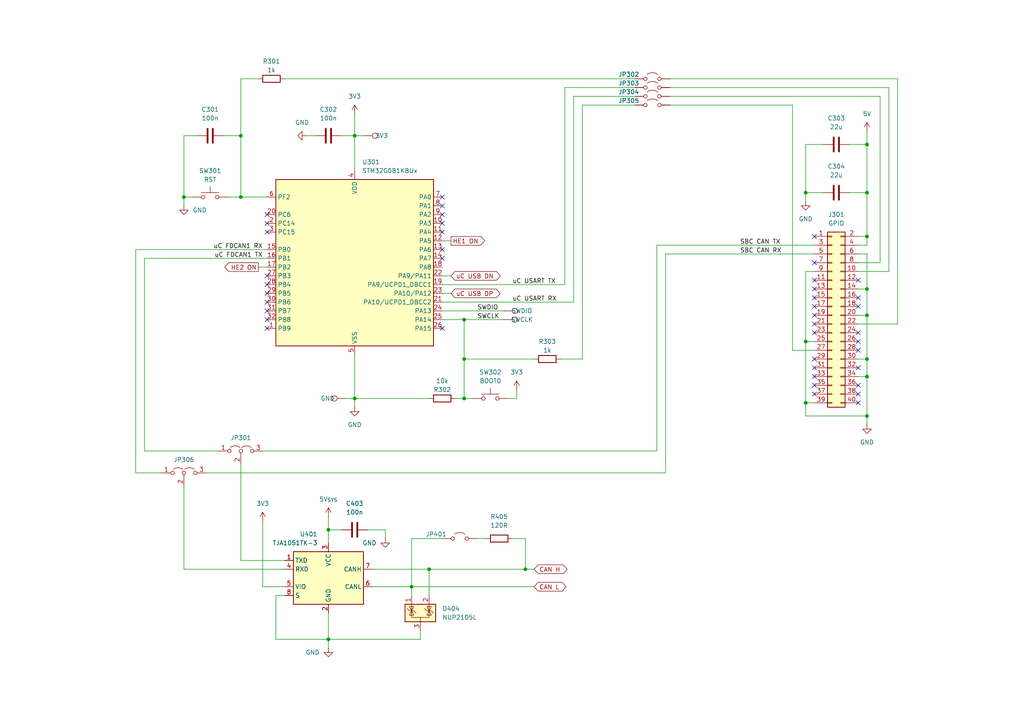
<source format=kicad_sch>
(kicad_sch (version 20250114) (generator "eeschema") (generator_version "9.0")
  (paper "A4")
  (title_block (title "EWS - Power, CANbus and USB HAT for 3D Printers") (date "2025-12-04") (rev "0.1") (company "Eduard Iten"))
  (lib_symbols
    (symbol "Connector_Generic:Conn_02x20_Odd_Even" (pin_names (offset 1.016) (hide yes))
      (property "Reference" "J" (at 1.27 25.4 0))
      (property "Value" "Conn_02x20_Odd_Even" (at 1.27 -27.94 0))
      (symbol "Conn_02x20_Odd_Even_1_1"
        (rectangle (start -1.27 24.13) (end 3.81 -26.67) (stroke (width 0.254)) (fill (type background)))
        (rectangle (start -1.27 22.987) (end 0 22.733) (stroke (width 0.1524)))
        (rectangle (start -1.27 20.447) (end 0 20.193) (stroke (width 0.1524)))
        (rectangle (start -1.27 17.907) (end 0 17.653) (stroke (width 0.1524)))
        (rectangle (start -1.27 15.367) (end 0 15.113) (stroke (width 0.1524)))
        (rectangle (start -1.27 12.827) (end 0 12.573) (stroke (width 0.1524)))
        (rectangle (start -1.27 10.287) (end 0 10.033) (stroke (width 0.1524)))
        (rectangle (start -1.27 7.747) (end 0 7.493) (stroke (width 0.1524)))
        (rectangle (start -1.27 5.207) (end 0 4.953) (stroke (width 0.1524)))
        (rectangle (start -1.27 2.667) (end 0 2.413) (stroke (width 0.1524)))
        (rectangle (start -1.27 0.127) (end 0 -0.127) (stroke (width 0.1524)))
        (rectangle (start -1.27 -2.413) (end 0 -2.667) (stroke (width 0.1524)))
        (rectangle (start -1.27 -4.953) (end 0 -5.207) (stroke (width 0.1524)))
        (rectangle (start -1.27 -7.493) (end 0 -7.747) (stroke (width 0.1524)))
        (rectangle (start -1.27 -10.033) (end 0 -10.287) (stroke (width 0.1524)))
        (rectangle (start -1.27 -12.573) (end 0 -12.827) (stroke (width 0.1524)))
        (rectangle (start -1.27 -15.113) (end 0 -15.367) (stroke (width 0.1524)))
        (rectangle (start -1.27 -17.653) (end 0 -17.907) (stroke (width 0.1524)))
        (rectangle (start -1.27 -20.193) (end 0 -20.447) (stroke (width 0.1524)))
        (rectangle (start -1.27 -22.733) (end 0 -22.987) (stroke (width 0.1524)))
        (rectangle (start -1.27 -25.273) (end 0 -25.527) (stroke (width 0.1524)))
        (rectangle (start 3.81 22.987) (end 2.54 22.733) (stroke (width 0.1524)))
        (rectangle (start 3.81 20.447) (end 2.54 20.193) (stroke (width 0.1524)))
        (rectangle (start 3.81 17.907) (end 2.54 17.653) (stroke (width 0.1524)))
        (rectangle (start 3.81 15.367) (end 2.54 15.113) (stroke (width 0.1524)))
        (rectangle (start 3.81 12.827) (end 2.54 12.573) (stroke (width 0.1524)))
        (rectangle (start 3.81 10.287) (end 2.54 10.033) (stroke (width 0.1524)))
        (rectangle (start 3.81 7.747) (end 2.54 7.493) (stroke (width 0.1524)))
        (rectangle (start 3.81 5.207) (end 2.54 4.953) (stroke (width 0.1524)))
        (rectangle (start 3.81 2.667) (end 2.54 2.413) (stroke (width 0.1524)))
        (rectangle (start 3.81 0.127) (end 2.54 -0.127) (stroke (width 0.1524)))
        (rectangle (start 3.81 -2.413) (end 2.54 -2.667) (stroke (width 0.1524)))
        (rectangle (start 3.81 -4.953) (end 2.54 -5.207) (stroke (width 0.1524)))
        (rectangle (start 3.81 -7.493) (end 2.54 -7.747) (stroke (width 0.1524)))
        (rectangle (start 3.81 -10.033) (end 2.54 -10.287) (stroke (width 0.1524)))
        (rectangle (start 3.81 -12.573) (end 2.54 -12.827) (stroke (width 0.1524)))
        (rectangle (start 3.81 -15.113) (end 2.54 -15.367) (stroke (width 0.1524)))
        (rectangle (start 3.81 -17.653) (end 2.54 -17.907) (stroke (width 0.1524)))
        (rectangle (start 3.81 -20.193) (end 2.54 -20.447) (stroke (width 0.1524)))
        (rectangle (start 3.81 -22.733) (end 2.54 -22.987) (stroke (width 0.1524)))
        (rectangle (start 3.81 -25.273) (end 2.54 -25.527) (stroke (width 0.1524)))
        (pin passive line (at -5.08 22.86 0) (length 3.81) (name "Pin_1") (number "1"))
        (pin passive line (at -5.08 20.32 0) (length 3.81) (name "Pin_3") (number "3"))
        (pin passive line (at -5.08 17.78 0) (length 3.81) (name "Pin_5") (number "5"))
        (pin passive line (at -5.08 15.24 0) (length 3.81) (name "Pin_7") (number "7"))
        (pin passive line (at -5.08 12.7 0) (length 3.81) (name "Pin_9") (number "9"))
        (pin passive line (at -5.08 10.16 0) (length 3.81) (name "Pin_11") (number "11"))
        (pin passive line (at -5.08 7.62 0) (length 3.81) (name "Pin_13") (number "13"))
        (pin passive line (at -5.08 5.08 0) (length 3.81) (name "Pin_15") (number "15"))
        (pin passive line (at -5.08 2.54 0) (length 3.81) (name "Pin_17") (number "17"))
        (pin passive line (at -5.08 0 0) (length 3.81) (name "Pin_19") (number "19"))
        (pin passive line (at -5.08 -2.54 0) (length 3.81) (name "Pin_21") (number "21"))
        (pin passive line (at -5.08 -5.08 0) (length 3.81) (name "Pin_23") (number "23"))
        (pin passive line (at -5.08 -7.62 0) (length 3.81) (name "Pin_25") (number "25"))
        (pin passive line (at -5.08 -10.16 0) (length 3.81) (name "Pin_27") (number "27"))
        (pin passive line (at -5.08 -12.7 0) (length 3.81) (name "Pin_29") (number "29"))
        (pin passive line (at -5.08 -15.24 0) (length 3.81) (name "Pin_31") (number "31"))
        (pin passive line (at -5.08 -17.78 0) (length 3.81) (name "Pin_33") (number "33"))
        (pin passive line (at -5.08 -20.32 0) (length 3.81) (name "Pin_35") (number "35"))
        (pin passive line (at -5.08 -22.86 0) (length 3.81) (name "Pin_37") (number "37"))
        (pin passive line (at -5.08 -25.4 0) (length 3.81) (name "Pin_39") (number "39"))
        (pin passive line (at 7.62 22.86 180) (length 3.81) (name "Pin_2") (number "2"))
        (pin passive line (at 7.62 20.32 180) (length 3.81) (name "Pin_4") (number "4"))
        (pin passive line (at 7.62 17.78 180) (length 3.81) (name "Pin_6") (number "6"))
        (pin passive line (at 7.62 15.24 180) (length 3.81) (name "Pin_8") (number "8"))
        (pin passive line (at 7.62 12.7 180) (length 3.81) (name "Pin_10") (number "10"))
        (pin passive line (at 7.62 10.16 180) (length 3.81) (name "Pin_12") (number "12"))
        (pin passive line (at 7.62 7.62 180) (length 3.81) (name "Pin_14") (number "14"))
        (pin passive line (at 7.62 5.08 180) (length 3.81) (name "Pin_16") (number "16"))
        (pin passive line (at 7.62 2.54 180) (length 3.81) (name "Pin_18") (number "18"))
        (pin passive line (at 7.62 0 180) (length 3.81) (name "Pin_20") (number "20"))
        (pin passive line (at 7.62 -2.54 180) (length 3.81) (name "Pin_22") (number "22"))
        (pin passive line (at 7.62 -5.08 180) (length 3.81) (name "Pin_24") (number "24"))
        (pin passive line (at 7.62 -7.62 180) (length 3.81) (name "Pin_26") (number "26"))
        (pin passive line (at 7.62 -10.16 180) (length 3.81) (name "Pin_28") (number "28"))
        (pin passive line (at 7.62 -12.7 180) (length 3.81) (name "Pin_30") (number "30"))
        (pin passive line (at 7.62 -15.24 180) (length 3.81) (name "Pin_32") (number "32"))
        (pin passive line (at 7.62 -17.78 180) (length 3.81) (name "Pin_34") (number "34"))
        (pin passive line (at 7.62 -20.32 180) (length 3.81) (name "Pin_36") (number "36"))
        (pin passive line (at 7.62 -22.86 180) (length 3.81) (name "Pin_38") (number "38"))
        (pin passive line (at 7.62 -25.4 180) (length 3.81) (name "Pin_40") (number "40"))
      )
    )
    (symbol "Device:C" (pin_numbers (hide yes)) (pin_names (offset 0.254))
      (property "Reference" "C" (at 0.635 2.54 0))
      (property "Value" "C" (at 0.635 -2.54 0))
      (symbol "C_0_1"
        (polyline (pts (xy -2.032 0.762) (xy 2.032 0.762)) (stroke (width 0.508)))
        (polyline (pts (xy -2.032 -0.762) (xy 2.032 -0.762)) (stroke (width 0.508)))
      )
      (symbol "C_1_1"
        (pin passive line (at 0 3.81 270) (length 2.794) (name "~") (number "1"))
        (pin passive line (at 0 -3.81 90) (length 2.794) (name "~") (number "2"))
      )
    )
    (symbol "Device:R" (pin_numbers (hide yes)) (pin_names (offset 0))
      (property "Reference" "R" (at 2.032 0 90))
      (property "Value" "R" (at 0 0 90))
      (symbol "R_0_1"
        (rectangle (start -1.016 -2.54) (end 1.016 2.54) (stroke (width 0.254)))
      )
      (symbol "R_1_1"
        (pin passive line (at 0 3.81 270) (length 1.27) (name "~") (number "1"))
        (pin passive line (at 0 -3.81 90) (length 1.27) (name "~") (number "2"))
      )
    )
    (symbol "Interface_CAN_LIN:TJA1051TK-3"
      (property "Reference" "U" (at -10.16 8.89 0))
      (property "Value" "TJA1051TK-3" (at 1.27 8.89 0))
      (symbol "TJA1051TK-3_0_1"
        (rectangle (start -10.16 7.62) (end 10.16 -7.62) (stroke (width 0.254)) (fill (type background)))
      )
      (symbol "TJA1051TK-3_1_1"
        (pin input line (at -12.7 5.08 0) (length 2.54) (name "TXD") (number "1"))
        (pin output line (at -12.7 2.54 0) (length 2.54) (name "RXD") (number "4"))
        (pin power_in line (at -12.7 -2.54 0) (length 2.54) (name "VIO") (number "5"))
        (pin input line (at -12.7 -5.08 0) (length 2.54) (name "S") (number "8"))
        (pin power_in line (at 0 10.16 270) (length 2.54) (name "VCC") (number "3"))
        (pin power_in line (at 0 -10.16 90) (length 2.54) (name "GND") (number "2"))
        (pin passive line (at 0 -10.16 90) (length 2.54) (hide yes) (name "GND") (number "9"))
        (pin bidirectional line (at 12.7 2.54 180) (length 2.54) (name "CANH") (number "7"))
        (pin bidirectional line (at 12.7 -2.54 180) (length 2.54) (name "CANL") (number "6"))
      )
    )
    (symbol "Jumper:Jumper_2_Open" (pin_numbers (hide yes)) (pin_names (offset 0) (hide yes))
      (property "Reference" "JP" (at 0 2.794 0))
      (property "Value" "Jumper_2_Open" (at 0 -2.286 0))
      (symbol "Jumper_2_Open_0_0"
        (circle (center -2.032 0) (radius 0.508))
        (circle (center 2.032 0) (radius 0.508))
      )
      (symbol "Jumper_2_Open_0_1"
        (arc (start -1.524 1.27) (mid 0 1.778) (end 1.524 1.27))
      )
      (symbol "Jumper_2_Open_1_1"
        (pin passive line (at -5.08 0 0) (length 2.54) (name "A") (number "1"))
        (pin passive line (at 5.08 0 180) (length 2.54) (name "B") (number "2"))
      )
    )
    (symbol "Jumper:Jumper_3_Open" (pin_names (offset 0) (hide yes)) (in_bom no)
      (property "Reference" "JP" (at -2.54 -2.54 0))
      (property "Value" "Jumper_3_Open" (at 0 2.794 0))
      (symbol "Jumper_3_Open_0_0"
        (circle (center -3.302 0) (radius 0.508))
        (circle (center 0 0) (radius 0.508))
        (circle (center 3.302 0) (radius 0.508))
      )
      (symbol "Jumper_3_Open_0_1"
        (arc (start -3.048 1.016) (mid -1.651 1.4992) (end -0.254 1.016))
        (polyline (pts (xy 0 -0.508) (xy 0 -1.27)))
        (arc (start 0.254 1.016) (mid 1.651 1.4992) (end 3.048 1.016))
      )
      (symbol "Jumper_3_Open_1_1"
        (pin passive line (at -6.35 0 0) (length 2.54) (name "A") (number "1"))
        (pin passive line (at 0 -3.81 90) (length 2.54) (name "C") (number "2"))
        (pin passive line (at 6.35 0 180) (length 2.54) (name "B") (number "3"))
      )
    )
    (symbol "MCU_ST_STM32G0:STM32G0B1KBUx"
      (property "Reference" "U" (at -22.86 26.67 0))
      (property "Value" "STM32G0B1KBUx" (at 2.54 26.67 0))
      (symbol "STM32G0B1KBUx_0_1"
        (rectangle (start -22.86 -22.86) (end 22.86 25.4) (stroke (width 0.254)) (fill (type background)))
      )
      (symbol "STM32G0B1KBUx_1_1"
        (pin bidirectional line (at -25.4 20.32 0) (length 2.54) (name "PF2") (number "6"))
        (pin bidirectional line (at -25.4 15.24 0) (length 2.54) (name "PC6") (number "20"))
        (pin bidirectional line (at -25.4 12.7 0) (length 2.54) (name "PC14") (number "2"))
        (pin bidirectional line (at -25.4 10.16 0) (length 2.54) (name "PC15") (number "3"))
        (pin bidirectional line (at -25.4 5.08 0) (length 2.54) (name "PB0") (number "15"))
        (pin bidirectional line (at -25.4 2.54 0) (length 2.54) (name "PB1") (number "16"))
        (pin bidirectional line (at -25.4 0 0) (length 2.54) (name "PB2") (number "17"))
        (pin bidirectional line (at -25.4 -2.54 0) (length 2.54) (name "PB3") (number "27"))
        (pin bidirectional line (at -25.4 -5.08 0) (length 2.54) (name "PB4") (number "28"))
        (pin bidirectional line (at -25.4 -7.62 0) (length 2.54) (name "PB5") (number "29"))
        (pin bidirectional line (at -25.4 -10.16 0) (length 2.54) (name "PB6") (number "30"))
        (pin bidirectional line (at -25.4 -12.7 0) (length 2.54) (name "PB7") (number "31"))
        (pin bidirectional line (at -25.4 -15.24 0) (length 2.54) (name "PB8") (number "32"))
        (pin bidirectional line (at -25.4 -17.78 0) (length 2.54) (name "PB9") (number "1"))
        (pin power_in line (at 0 27.94 270) (length 2.54) (name "VDD") (number "4"))
        (pin passive line (at 0 -25.4 90) (length 2.54) (hide yes) (name "VSS") (number "33"))
        (pin power_in line (at 0 -25.4 90) (length 2.54) (name "VSS") (number "5"))
        (pin bidirectional line (at 25.4 20.32 180) (length 2.54) (name "PA0") (number "7"))
        (pin bidirectional line (at 25.4 17.78 180) (length 2.54) (name "PA1") (number "8"))
        (pin bidirectional line (at 25.4 15.24 180) (length 2.54) (name "PA2") (number "9"))
        (pin bidirectional line (at 25.4 12.7 180) (length 2.54) (name "PA3") (number "10"))
        (pin bidirectional line (at 25.4 10.16 180) (length 2.54) (name "PA4") (number "11"))
        (pin bidirectional line (at 25.4 7.62 180) (length 2.54) (name "PA5") (number "12"))
        (pin bidirectional line (at 25.4 5.08 180) (length 2.54) (name "PA6") (number "13"))
        (pin bidirectional line (at 25.4 2.54 180) (length 2.54) (name "PA7") (number "14"))
        (pin bidirectional line (at 25.4 0 180) (length 2.54) (name "PA8") (number "18"))
        (pin bidirectional line (at 25.4 -2.54 180) (length 2.54) (name "PA9/PA11") (number "22"))
        (pin bidirectional line (at 25.4 -5.08 180) (length 2.54) (name "PA9/UCPD1_DBCC1") (number "19"))
        (pin bidirectional line (at 25.4 -7.62 180) (length 2.54) (name "PA10/PA12") (number "23"))
        (pin bidirectional line (at 25.4 -10.16 180) (length 2.54) (name "PA10/UCPD1_DBCC2") (number "21"))
        (pin bidirectional line (at 25.4 -12.7 180) (length 2.54) (name "PA13") (number "24"))
        (pin bidirectional line (at 25.4 -15.24 180) (length 2.54) (name "PA14") (number "25"))
        (pin bidirectional line (at 25.4 -17.78 180) (length 2.54) (name "PA15") (number "26"))
      )
    )
    (symbol "NamedTestPoint_1" (pin_numbers (hide yes)) (pin_names (offset 0.762) (hide yes))
      (property "Value" "${SHORT_NET_NAME(1)}" (at 0 6.35 0))
      (symbol "NamedTestPoint_1_0_1"
        (circle (center 0 3.302) (radius 0.762))
      )
      (symbol "NamedTestPoint_1_1_1"
        (pin passive line (at 0 0 90) (length 2.54) (name "1") (number "1"))
      )
    )
    (symbol "Power_Protection:NUP2105L" (pin_names (hide yes))
      (property "Reference" "D" (at 5.715 2.54 0))
      (property "Value" "NUP2105L" (at 5.715 0.635 0))
      (symbol "NUP2105L_0_0"
        (pin passive line (at 0 -5.08 90) (length 2.54) (name "A") (number "3"))
      )
      (symbol "NUP2105L_0_1"
        (rectangle (start -4.445 2.54) (end 4.445 -2.54) (stroke (width 0.254)) (fill (type background)))
        (polyline (pts (xy -3.81 1.27) (xy -3.175 0.635) (xy -1.905 0.635) (xy -1.27 0)))
        (polyline (pts (xy -2.54 2.54) (xy -2.54 0.635)))
        (polyline (pts (xy -2.54 0.635) (xy -2.54 -1.27) (xy 2.54 -1.27) (xy 2.54 0.635)))
        (polyline (pts (xy -2.54 0.635) (xy -1.905 -0.635) (xy -3.175 -0.635) (xy -2.54 0.635)))
        (polyline (pts (xy -2.54 0.635) (xy -3.175 1.905) (xy -1.905 1.905) (xy -2.54 0.635) (xy -2.54 1.27)))
        (polyline (pts (xy 0 -1.27) (xy 0 -2.54)))
        (polyline (pts (xy 1.27 1.27) (xy 1.905 0.635) (xy 2.54 0.635) (xy 3.175 0.635) (xy 3.81 0)))
        (polyline (pts (xy 2.54 2.54) (xy 2.54 0.635)))
        (polyline (pts (xy 2.54 0.635) (xy 1.905 -0.635) (xy 3.175 -0.635) (xy 2.54 0.635)))
        (polyline (pts (xy 2.54 0.635) (xy 3.175 1.905) (xy 1.905 1.905) (xy 2.54 0.635)))
      )
      (symbol "NUP2105L_1_1"
        (pin passive line (at -2.54 5.08 270) (length 2.54) (name "K") (number "1"))
        (pin passive line (at 2.54 5.08 270) (length 2.54) (name "K") (number "2"))
      )
    )
    (symbol "Switch:SW_Push" (pin_numbers (hide yes)) (pin_names (offset 1.016) (hide yes))
      (property "Reference" "SW" (at 1.27 2.54 0))
      (property "Value" "SW_Push" (at 0 -1.524 0))
      (symbol "SW_Push_0_1"
        (circle (center -2.032 0) (radius 0.508))
        (polyline (pts (xy 0 1.27) (xy 0 3.048)))
        (circle (center 2.032 0) (radius 0.508))
        (polyline (pts (xy 2.54 1.27) (xy -2.54 1.27)))
        (pin passive line (at -5.08 0 0) (length 2.54) (name "1") (number "1"))
        (pin passive line (at 5.08 0 180) (length 2.54) (name "2") (number "2"))
      )
    )
    (symbol "power:+3.3V" (power) (pin_numbers (hide yes)) (pin_names (offset 0) (hide yes))
      (property "Value" "+3.3V" (at 0 3.556 0))
      (symbol "+3.3V_0_1"
        (polyline (pts (xy -0.762 1.27) (xy 0 2.54)))
        (polyline (pts (xy 0 2.54) (xy 0.762 1.27)))
        (polyline (pts (xy 0 0) (xy 0 2.54)))
      )
      (symbol "+3.3V_1_1"
        (pin power_in line (at 0 0 90) (length 0) (name "~") (number "1"))
      )
    )
    (symbol "power:+5V" (power) (pin_numbers (hide yes)) (pin_names (offset 0) (hide yes))
      (property "Value" "+5V" (at 0 3.556 0))
      (symbol "+5V_0_1"
        (polyline (pts (xy -0.762 1.27) (xy 0 2.54)))
        (polyline (pts (xy 0 2.54) (xy 0.762 1.27)))
        (polyline (pts (xy 0 0) (xy 0 2.54)))
      )
      (symbol "+5V_1_1"
        (pin power_in line (at 0 0 90) (length 0) (name "~") (number "1"))
      )
    )
    (symbol "power:GND" (power) (pin_numbers (hide yes)) (pin_names (offset 0) (hide yes))
      (property "Value" "GND" (at 0 -3.81 0))
      (symbol "GND_0_1"
        (polyline (pts (xy 0 0) (xy 0 -1.27) (xy 1.27 -1.27) (xy 0 -2.54) (xy -1.27 -1.27) (xy 0 -1.27)))
      )
      (symbol "GND_1_1"
        (pin power_in line (at 0 0 270) (length 0) (name "~") (number "1"))
      )
    )
  )
  (junction (at 69.85 57.15))
  (junction (at 95.25 153.67))
  (junction (at 251.46 68.58))
  (junction (at 233.68 116.84))
  (junction (at 134.62 92.71))
  (junction (at 233.68 55.88))
  (junction (at 102.87 39.37))
  (junction (at 69.85 39.37))
  (junction (at 251.46 91.44))
  (junction (at 251.46 83.82))
  (junction (at 152.4 165.1))
  (junction (at 233.68 99.06))
  (junction (at 95.25 185.42))
  (junction (at 124.46 165.1))
  (junction (at 251.46 41.91))
  (junction (at 134.62 104.14))
  (junction (at 251.46 120.65))
  (junction (at 134.62 115.57))
  (junction (at 251.46 55.88))
  (junction (at 53.34 57.15))
  (junction (at 251.46 104.14))
  (junction (at 102.87 115.57))
  (junction (at 119.38 170.18))
  (junction (at 251.46 109.22))
  (no_connect (at 248.92 99.06))
  (no_connect (at 236.22 109.22))
  (no_connect (at 248.92 81.28))
  (no_connect (at 248.92 86.36))
  (no_connect (at 236.22 88.9))
  (no_connect (at 236.22 96.52))
  (no_connect (at 236.22 111.76))
  (no_connect (at 236.22 106.68))
  (no_connect (at 128.27 64.77))
  (no_connect (at 248.92 96.52))
  (no_connect (at 248.92 116.84))
  (no_connect (at 128.27 59.69))
  (no_connect (at 77.47 95.25))
  (no_connect (at 128.27 62.23))
  (no_connect (at 77.47 80.01))
  (no_connect (at 77.47 85.09))
  (no_connect (at 236.22 104.14))
  (no_connect (at 77.47 87.63))
  (no_connect (at 248.92 114.3))
  (no_connect (at 128.27 72.39))
  (no_connect (at 128.27 67.31))
  (no_connect (at 236.22 86.36))
  (no_connect (at 248.92 101.6))
  (no_connect (at 77.47 82.55))
  (no_connect (at 77.47 62.23))
  (no_connect (at 236.22 81.28))
  (no_connect (at 128.27 74.93))
  (no_connect (at 236.22 83.82))
  (no_connect (at 77.47 92.71))
  (no_connect (at 248.92 111.76))
  (no_connect (at 128.27 95.25))
  (no_connect (at 236.22 91.44))
  (no_connect (at 236.22 76.2))
  (no_connect (at 77.47 67.31))
  (no_connect (at 236.22 93.98))
  (no_connect (at 248.92 106.68))
  (no_connect (at 248.92 88.9))
  (no_connect (at 236.22 114.3))
  (no_connect (at 128.27 57.15))
  (no_connect (at 236.22 68.58))
  (no_connect (at 77.47 64.77))
  (no_connect (at 77.47 90.17))
  (wire (pts (xy 53.34 165.1) (xy 53.34 140.97)))
  (wire (pts (xy 119.38 170.18) (xy 107.95 170.18)))
  (wire (pts (xy 152.4 165.1) (xy 152.4 156.21)))
  (wire (pts (xy 39.37 72.39) (xy 77.47 72.39)))
  (wire (pts (xy 82.55 22.86) (xy 184.15 22.86)))
  (wire (pts (xy 251.46 123.19) (xy 251.46 120.65)))
  (wire (pts (xy 248.92 68.58) (xy 251.46 68.58)))
  (wire (pts (xy 80.01 172.72) (xy 80.01 185.42)))
  (wire (pts (xy 128.27 92.71) (xy 134.62 92.71)))
  (wire (pts (xy 128.27 85.09) (xy 130.81 85.09)))
  (wire (pts (xy 233.68 78.74) (xy 233.68 99.06)))
  (wire (pts (xy 80.01 185.42) (xy 95.25 185.42)))
  (wire (pts (xy 128.27 82.55) (xy 163.83 82.55)))
  (wire (pts (xy 257.81 25.4) (xy 257.81 78.74)))
  (wire (pts (xy 233.68 55.88) (xy 233.68 58.42)))
  (wire (pts (xy 229.87 101.6) (xy 236.22 101.6)))
  (wire (pts (xy 95.25 149.86) (xy 95.25 153.67)))
  (wire (pts (xy 111.76 156.21) (xy 111.76 153.67)))
  (wire (pts (xy 74.93 77.47) (xy 77.47 77.47)))
  (wire (pts (xy 134.62 104.14) (xy 134.62 115.57)))
  (wire (pts (xy 233.68 116.84) (xy 233.68 120.65)))
  (wire (pts (xy 69.85 22.86) (xy 69.85 39.37)))
  (wire (pts (xy 233.68 99.06) (xy 236.22 99.06)))
  (wire (pts (xy 69.85 162.56) (xy 69.85 134.62)))
  (wire (pts (xy 119.38 170.18) (xy 119.38 172.72)))
  (wire (pts (xy 134.62 104.14) (xy 154.94 104.14)))
  (wire (pts (xy 248.92 83.82) (xy 251.46 83.82)))
  (wire (pts (xy 39.37 137.16) (xy 46.99 137.16)))
  (wire (pts (xy 248.92 109.22) (xy 251.46 109.22)))
  (wire (pts (xy 251.46 83.82) (xy 251.46 91.44)))
  (wire (pts (xy 134.62 92.71) (xy 134.62 104.14)))
  (wire (pts (xy 124.46 165.1) (xy 124.46 172.72)))
  (wire (pts (xy 251.46 109.22) (xy 251.46 120.65)))
  (wire (pts (xy 162.56 104.14) (xy 168.91 104.14)))
  (wire (pts (xy 132.08 115.57) (xy 134.62 115.57)))
  (wire (pts (xy 76.2 170.18) (xy 82.55 170.18)))
  (wire (pts (xy 88.9 39.37) (xy 91.44 39.37)))
  (wire (pts (xy 124.46 165.1) (xy 107.95 165.1)))
  (wire (pts (xy 95.25 185.42) (xy 121.92 185.42)))
  (wire (pts (xy 193.04 73.66) (xy 193.04 137.16)))
  (wire (pts (xy 251.46 41.91) (xy 251.46 38.1)))
  (wire (pts (xy 194.31 22.86) (xy 260.35 22.86)))
  (wire (pts (xy 194.31 27.94) (xy 255.27 27.94)))
  (wire (pts (xy 59.69 137.16) (xy 193.04 137.16)))
  (wire (pts (xy 251.46 104.14) (xy 251.46 109.22)))
  (wire (pts (xy 190.5 71.12) (xy 190.5 130.81)))
  (wire (pts (xy 236.22 78.74) (xy 233.68 78.74)))
  (wire (pts (xy 41.91 130.81) (xy 63.5 130.81)))
  (wire (pts (xy 251.46 68.58) (xy 251.46 55.88)))
  (wire (pts (xy 95.25 177.8) (xy 95.25 185.42)))
  (wire (pts (xy 251.46 73.66) (xy 251.46 83.82)))
  (wire (pts (xy 76.2 130.81) (xy 190.5 130.81)))
  (wire (pts (xy 166.37 87.63) (xy 166.37 27.94)))
  (wire (pts (xy 166.37 27.94) (xy 184.15 27.94)))
  (wire (pts (xy 233.68 99.06) (xy 233.68 116.84)))
  (wire (pts (xy 138.43 156.21) (xy 140.97 156.21)))
  (wire (pts (xy 260.35 93.98) (xy 248.92 93.98)))
  (wire (pts (xy 194.31 30.48) (xy 229.87 30.48)))
  (wire (pts (xy 95.25 153.67) (xy 95.25 157.48)))
  (wire (pts (xy 128.27 90.17) (xy 146.05 90.17)))
  (wire (pts (xy 99.06 153.67) (xy 95.25 153.67)))
  (wire (pts (xy 255.27 27.94) (xy 255.27 76.2)))
  (wire (pts (xy 152.4 165.1) (xy 154.94 165.1)))
  (wire (pts (xy 251.46 71.12) (xy 251.46 68.58)))
  (wire (pts (xy 248.92 73.66) (xy 251.46 73.66)))
  (wire (pts (xy 163.83 82.55) (xy 163.83 25.4)))
  (wire (pts (xy 229.87 30.48) (xy 229.87 101.6)))
  (wire (pts (xy 102.87 33.02) (xy 102.87 39.37)))
  (wire (pts (xy 128.27 80.01) (xy 130.81 80.01)))
  (wire (pts (xy 41.91 74.93) (xy 41.91 130.81)))
  (wire (pts (xy 82.55 172.72) (xy 80.01 172.72)))
  (wire (pts (xy 39.37 72.39) (xy 39.37 137.16)))
  (wire (pts (xy 124.46 115.57) (xy 102.87 115.57)))
  (wire (pts (xy 102.87 39.37) (xy 102.87 49.53)))
  (wire (pts (xy 194.31 25.4) (xy 257.81 25.4)))
  (wire (pts (xy 41.91 74.93) (xy 77.47 74.93)))
  (wire (pts (xy 251.46 55.88) (xy 251.46 41.91)))
  (wire (pts (xy 238.76 41.91) (xy 233.68 41.91)))
  (wire (pts (xy 233.68 41.91) (xy 233.68 55.88)))
  (wire (pts (xy 130.81 69.85) (xy 128.27 69.85)))
  (wire (pts (xy 238.76 55.88) (xy 233.68 55.88)))
  (wire (pts (xy 257.81 78.74) (xy 248.92 78.74)))
  (wire (pts (xy 251.46 91.44) (xy 251.46 104.14)))
  (wire (pts (xy 121.92 182.88) (xy 121.92 185.42)))
  (wire (pts (xy 111.76 153.67) (xy 106.68 153.67)))
  (wire (pts (xy 246.38 41.91) (xy 251.46 41.91)))
  (wire (pts (xy 248.92 104.14) (xy 251.46 104.14)))
  (wire (pts (xy 163.83 25.4) (xy 184.15 25.4)))
  (wire (pts (xy 246.38 55.88) (xy 251.46 55.88)))
  (wire (pts (xy 102.87 115.57) (xy 102.87 118.11)))
  (wire (pts (xy 102.87 39.37) (xy 105.41 39.37)))
  (wire (pts (xy 248.92 71.12) (xy 251.46 71.12)))
  (wire (pts (xy 168.91 30.48) (xy 168.91 104.14)))
  (wire (pts (xy 64.77 39.37) (xy 69.85 39.37)))
  (wire (pts (xy 128.27 87.63) (xy 166.37 87.63)))
  (wire (pts (xy 233.68 116.84) (xy 236.22 116.84)))
  (wire (pts (xy 134.62 115.57) (xy 137.16 115.57)))
  (wire (pts (xy 102.87 102.87) (xy 102.87 115.57)))
  (wire (pts (xy 134.62 92.71) (xy 146.05 92.71)))
  (wire (pts (xy 248.92 91.44) (xy 251.46 91.44)))
  (wire (pts (xy 76.2 151.13) (xy 76.2 170.18)))
  (wire (pts (xy 55.88 57.15) (xy 53.34 57.15)))
  (wire (pts (xy 66.04 57.15) (xy 69.85 57.15)))
  (wire (pts (xy 82.55 165.1) (xy 53.34 165.1)))
  (wire (pts (xy 236.22 71.12) (xy 190.5 71.12)))
  (wire (pts (xy 53.34 57.15) (xy 53.34 59.69)))
  (wire (pts (xy 102.87 115.57) (xy 100.33 115.57)))
  (wire (pts (xy 53.34 39.37) (xy 53.34 57.15)))
  (wire (pts (xy 152.4 156.21) (xy 148.59 156.21)))
  (wire (pts (xy 248.92 76.2) (xy 255.27 76.2)))
  (wire (pts (xy 119.38 170.18) (xy 154.94 170.18)))
  (wire (pts (xy 95.25 185.42) (xy 95.25 187.96)))
  (wire (pts (xy 233.68 120.65) (xy 251.46 120.65)))
  (wire (pts (xy 82.55 162.56) (xy 69.85 162.56)))
  (wire (pts (xy 193.04 73.66) (xy 236.22 73.66)))
  (wire (pts (xy 77.47 57.15) (xy 69.85 57.15)))
  (wire (pts (xy 149.86 113.03) (xy 149.86 115.57)))
  (wire (pts (xy 99.06 39.37) (xy 102.87 39.37)))
  (wire (pts (xy 119.38 156.21) (xy 119.38 170.18)))
  (wire (pts (xy 149.86 115.57) (xy 147.32 115.57)))
  (wire (pts (xy 69.85 22.86) (xy 74.93 22.86)))
  (wire (pts (xy 69.85 39.37) (xy 69.85 57.15)))
  (wire (pts (xy 168.91 30.48) (xy 184.15 30.48)))
  (wire (pts (xy 152.4 165.1) (xy 124.46 165.1)))
  (wire (pts (xy 57.15 39.37) (xy 53.34 39.37)))
  (wire (pts (xy 260.35 22.86) (xy 260.35 93.98)))
  (wire (pts (xy 119.38 156.21) (xy 128.27 156.21)))
  (label "SBC CAN TX" (at 214.63 71.12 0))
  (label "uC USART TX" (at 148.59 82.55 0))
  (label "uC USART RX" (at 148.59 87.63 0))
  (label "SWDIO" (at 138.43 90.17 0))
  (label "SWCLK" (at 138.43 92.71 0))
  (label "uC FDCAN1 TX" (at 76.2 74.93 180))
  (label "uC FDCAN1 RX" (at 76.2 72.39 180))
  (label "SBC CAN RX" (at 214.63 73.66 0))
  (global_label "uC USB DN" (shape bidirectional) (at 130.81 80.01 0) (property "Intersheetrefs" "${INTERSHEET_REFS}" (effects (hide yes))))
  (global_label "uC USB DP" (shape bidirectional) (at 130.81 85.09 0) (property "Intersheetrefs" "${INTERSHEET_REFS}" (effects (hide yes))))
  (global_label "HE1 ON" (shape output) (at 130.81 69.85 0) (property "Intersheetrefs" "${INTERSHEET_REFS}" (effects (hide yes))))
  (global_label "HE2 ON" (shape output) (at 74.93 77.47 180) (property "Intersheetrefs" "${INTERSHEET_REFS}" (effects (hide yes))))
  (global_label "CAN H" (shape bidirectional) (at 154.94 165.1 0) (property "Intersheetrefs" "${INTERSHEET_REFS}" (effects (hide yes))))
  (global_label "CAN L" (shape bidirectional) (at 154.94 170.18 0) (property "Intersheetrefs" "${INTERSHEET_REFS}" (effects (hide yes))))
  (symbol (lib_id "Device:C") (at 102.87 153.67 270) (mirror x) (unit 1)
    (property "Reference" "C403" (at 102.87 146.05 90))
    (property "Value" "100n" (at 102.87 148.59 90))
    (property "Footprint" "Capacitor_SMD:C_0402_1005Metric" (effects (hide yes)))
    (property "Description" "Unpolarized capacitor" (effects (hide yes)))
  )
  (symbol (lib_id "Jumper:Jumper_3_Open") (at 53.34 137.16 0) (unit 1) (in_bom no)
    (property "Reference" "JP306" (at 53.34 133.35 0))
    (property "Value" "Jumper_3_Open" (effects (hide yes)))
    (property "Footprint" "Connector_PinHeader_2.54mm:PinHeader_1x03_P2.54mm_Vertical" (effects (hide yes)))
    (property "Description" "Jumper, 3-pole, both open" (effects (hide yes)))
  )
  (symbol (lib_id "Jumper:Jumper_2_Open") (at 189.23 22.86 0) (unit 1)
    (property "Reference" "JP302" (at 185.42 21.59 0) (effects (justify right)))
    (property "Footprint" "Connector_PinHeader_2.54mm:PinHeader_1x02_P2.54mm_Vertical" (effects (hide yes)))
    (property "Description" "Jumper, 2-pole, open" (effects (hide yes)))
  )
  (symbol (lib_id "power:+3.3V") (at 251.46 38.1 0) (unit 1)
    (property "Reference" "#PWR0307" (effects (hide yes)))
    (property "Value" "5V" (at 251.46 33.02 0))
    (property "Description" "Power symbol creates a global label with name \"+3.3V\"" (effects (hide yes)))
  )
  (symbol (lib_id "power:GND") (at 88.9 39.37 270) (unit 1)
    (property "Reference" "#PWR0302" (effects (hide yes)))
    (property "Value" "GND" (at 87.63 35.56 90))
    (property "Description" "Power symbol creates a global label with name \"GND\" , ground" (effects (hide yes)))
  )
  (symbol (lib_id "MCU_ST_STM32G0:STM32G0B1KBUx") (at 102.87 77.47 0) (unit 1)
    (property "Reference" "U301" (at 105.0133 46.99 0) (effects (justify left)))
    (property "Value" "STM32G0B1KBUx" (at 105.0133 49.53 0) (effects (justify left)))
    (property "Footprint" "Package_DFN_QFN:QFN-32-1EP_5x5mm_P0.5mm_EP3.45x3.45mm" (effects (hide yes)))
    (property "Datasheet" "https://www.st.com/resource/en/datasheet/stm32g0b1kb.pdf" (effects (hide yes)))
    (property "Description" "STMicroelectronics Arm Cortex-M0+ MCU, 128KB flash, 144KB RAM, 64 MHz, 1.7-3.6V, 30 GPIO, UFQFPN32" (effects (hide yes)))
  )
  (symbol (lib_id "Switch:SW_Push") (at 142.24 115.57 0) (mirror y) (unit 1)
    (property "Reference" "SW302" (at 142.24 107.95 0))
    (property "Value" "BOOT0" (at 142.24 110.49 0))
    (property "Footprint" "Button_Switch_SMD:SW_SPST_TS-1088-xR020" (effects (hide yes)))
    (property "Description" "Push button switch, generic, two pins" (effects (hide yes)))
  )
  (symbol (lib_id "Device:R") (at 144.78 156.21 90) (unit 1)
    (property "Reference" "R405" (at 144.78 149.86 90))
    (property "Value" "120R" (at 144.78 152.4 90))
    (property "Footprint" "Resistor_SMD:R_0402_1005Metric_Pad0.72x0.64mm_HandSolder" (effects (hide yes)))
    (property "Description" "Resistor" (effects (hide yes)))
  )
  (symbol (lib_id "Jumper:Jumper_2_Open") (at 189.23 25.4 0) (unit 1)
    (property "Reference" "JP303" (at 185.42 24.13 0) (effects (justify right)))
    (property "Footprint" "Connector_PinHeader_2.54mm:PinHeader_1x02_P2.54mm_Vertical" (effects (hide yes)))
    (property "Description" "Jumper, 2-pole, open" (effects (hide yes)))
  )
  (symbol (lib_id "Device:C") (at 95.25 39.37 90) (unit 1)
    (property "Reference" "C302" (at 95.25 31.75 90))
    (property "Value" "100n" (at 95.25 34.29 90))
    (property "Footprint" "Capacitor_SMD:C_0402_1005Metric" (effects (hide yes)))
    (property "Description" "Unpolarized capacitor" (effects (hide yes)))
  )
  (symbol (lib_id "power:+3.3V") (at 149.86 113.03 0) (mirror y) (unit 1)
    (property "Reference" "#PWR0305" (effects (hide yes)))
    (property "Value" "3V3" (at 149.86 107.95 0))
    (property "Description" "Power symbol creates a global label with name \"+3.3V\"" (effects (hide yes)))
  )
  (symbol (lib_id "power:+3.3V") (at 102.87 33.02 0) (unit 1)
    (property "Reference" "#PWR0303" (effects (hide yes)))
    (property "Value" "3V3" (at 102.87 27.94 0))
    (property "Description" "Power symbol creates a global label with name \"+3.3V\"" (effects (hide yes)))
  )
  (symbol (lib_id "Jumper:Jumper_3_Open") (at 69.85 130.81 0) (unit 1) (in_bom no)
    (property "Reference" "JP301" (at 69.85 127 0))
    (property "Value" "Jumper_3_Open" (effects (hide yes)))
    (property "Footprint" "Connector_PinHeader_2.54mm:PinHeader_1x03_P2.54mm_Vertical" (effects (hide yes)))
    (property "Description" "Jumper, 3-pole, both open" (effects (hide yes)))
  )
  (symbol (lib_id "Switch:SW_Push") (at 60.96 57.15 0) (unit 1)
    (property "Reference" "SW301" (at 60.96 49.53 0))
    (property "Value" "RST" (at 60.96 52.07 0))
    (property "Footprint" "Button_Switch_SMD:SW_SPST_TS-1088-xR020" (effects (hide yes)))
    (property "Description" "Push button switch, generic, two pins" (effects (hide yes)))
  )
  (symbol (lib_id "Device:R") (at 158.75 104.14 270) (mirror x) (unit 1)
    (property "Reference" "R303" (at 158.75 99.06 90))
    (property "Value" "1k" (at 158.75 101.6 90))
    (property "Footprint" "Resistor_SMD:R_0402_1005Metric" (effects (hide yes)))
    (property "Description" "Resistor" (effects (hide yes)))
  )
  (symbol (lib_name "NamedTestPoint_1") (lib_id "project:NamedTestPoint") (at 105.41 39.37 270) (unit 1)
    (property "Reference" "TP302" (effects (hide yes)))
    (property "Value" "${SHORT_NET_NAME(1)}" (at 110.49 39.37 90) (effects (justify left)))
    (property "Footprint" "project:NAMED_TEST_POINT" (effects (hide yes)))
    (property "Description" "test point" (effects (hide yes)))
  )
  (symbol (lib_id "power:GND") (at 102.87 118.11 0) (unit 1)
    (property "Reference" "#PWR0304" (effects (hide yes)))
    (property "Value" "GND" (at 102.87 123.19 0))
    (property "Description" "Power symbol creates a global label with name \"GND\" , ground" (effects (hide yes)))
  )
  (symbol (lib_id "power:GND") (at 233.68 58.42 0) (unit 1)
    (property "Reference" "#PWR0306" (effects (hide yes)))
    (property "Value" "GND" (at 233.68 63.5 0))
    (property "Description" "Power symbol creates a global label with name \"GND\" , ground" (effects (hide yes)))
  )
  (symbol (lib_id "Jumper:Jumper_2_Open") (at 133.35 156.21 0) (unit 1)
    (property "Reference" "JP401" (at 129.54 154.94 0) (effects (justify right)))
    (property "Footprint" "Connector_PinHeader_2.54mm:PinHeader_1x02_P2.54mm_Vertical" (effects (hide yes)))
    (property "Description" "Jumper, 2-pole, open" (effects (hide yes)))
  )
  (symbol (lib_id "Device:R") (at 78.74 22.86 270) (mirror x) (unit 1)
    (property "Reference" "R301" (at 78.74 17.78 90))
    (property "Value" "1k" (at 78.74 20.32 90))
    (property "Footprint" "Resistor_SMD:R_0402_1005Metric" (effects (hide yes)))
    (property "Description" "Resistor" (effects (hide yes)))
  )
  (symbol (lib_id "Jumper:Jumper_2_Open") (at 189.23 27.94 0) (unit 1)
    (property "Reference" "JP304" (at 185.42 26.67 0) (effects (justify right)))
    (property "Footprint" "Connector_PinHeader_2.54mm:PinHeader_1x02_P2.54mm_Vertical" (effects (hide yes)))
    (property "Description" "Jumper, 2-pole, open" (effects (hide yes)))
  )
  (symbol (lib_id "power:GND") (at 251.46 123.19 0) (unit 1)
    (property "Reference" "#PWR0308" (effects (hide yes)))
    (property "Value" "GND" (at 251.46 128.27 0))
    (property "Description" "Power symbol creates a global label with name \"GND\" , ground" (effects (hide yes)))
  )
  (symbol (lib_id "Device:C") (at 242.57 55.88 90) (unit 1)
    (property "Reference" "C304" (at 242.57 48.26 90))
    (property "Value" "22u" (at 242.57 50.8 90))
    (property "Footprint" "Capacitor_SMD:C_1206_3216Metric" (effects (hide yes)))
    (property "Description" "Unpolarized capacitor" (effects (hide yes)))
  )
  (symbol (lib_id "power:+5V") (at 95.25 149.86 0) (unit 1)
    (property "Reference" "#PWR0309" (effects (hide yes)))
    (property "Value" "5V_{SYS}" (at 95.25 144.78 0))
    (property "Description" "Power symbol creates a global label with name \"+5V\"" (effects (hide yes)))
  )
  (symbol (lib_id "Device:R") (at 128.27 115.57 270) (mirror x) (unit 1)
    (property "Reference" "R302" (at 128.27 113.03 90))
    (property "Value" "10k" (at 128.27 110.49 90))
    (property "Footprint" "Resistor_SMD:R_0402_1005Metric" (effects (hide yes)))
    (property "Description" "Resistor" (effects (hide yes)))
  )
  (symbol (lib_id "Device:C") (at 60.96 39.37 90) (mirror x) (unit 1)
    (property "Reference" "C301" (at 60.96 31.75 90))
    (property "Value" "100n" (at 60.96 34.29 90))
    (property "Footprint" "Capacitor_SMD:C_0402_1005Metric" (effects (hide yes)))
    (property "Description" "Unpolarized capacitor" (effects (hide yes)))
  )
  (symbol (lib_id "power:+5V") (at 76.2 151.13 0) (unit 1)
    (property "Reference" "#PWR0407" (effects (hide yes)))
    (property "Value" "3V3" (at 76.2 146.05 0))
    (property "Description" "Power symbol creates a global label with name \"+5V\"" (effects (hide yes)))
  )
  (symbol (lib_id "Interface_CAN_LIN:TJA1051TK-3") (at 95.25 167.64 0) (unit 1)
    (property "Reference" "U401" (at 92.1319 154.94 0) (effects (justify right)))
    (property "Value" "TJA1051TK-3" (at 92.1319 157.48 0) (effects (justify right)))
    (property "Footprint" "Package_SON:HVSON-8-1EP_3x3mm_P0.65mm_EP1.6x2.4mm" (effects (hide yes)))
    (property "Datasheet" "https://www.nxp.com/docs/en/data-sheet/TJA1051.pdf" (effects (hide yes)))
    (property "Description" "High-Speed CAN Transceiver, separate VIO, silent mode, VSON-8 (DFN-8)" (effects (hide yes)))
  )
  (symbol (lib_id "Jumper:Jumper_2_Open") (at 189.23 30.48 0) (unit 1)
    (property "Reference" "JP305" (at 185.42 29.21 0) (effects (justify right)))
    (property "Footprint" "Connector_PinHeader_2.54mm:PinHeader_1x02_P2.54mm_Vertical" (effects (hide yes)))
    (property "Description" "Jumper, 2-pole, open" (effects (hide yes)))
  )
  (symbol (lib_name "NamedTestPoint_1") (lib_id "project:NamedTestPoint") (at 100.33 115.57 90) (mirror x) (unit 1)
    (property "Reference" "TP301" (effects (hide yes)))
    (property "Value" "${SHORT_NET_NAME(1)}" (at 95.25 115.57 90) (effects (justify left)))
    (property "Footprint" "project:NAMED_TEST_POINT" (effects (hide yes)))
    (property "Description" "test point" (effects (hide yes)))
  )
  (symbol (lib_id "Connector_Generic:Conn_02x20_Odd_Even") (at 241.3 91.44 0) (unit 1)
    (property "Reference" "J301" (at 242.57 62.23 0))
    (property "Value" "GPIO" (at 242.57 64.77 0))
    (property "Footprint" "Connector_PinSocket_2.54mm:PinSocket_2x20_P2.54mm_Vertical" (effects (hide yes)))
    (property "Description" "Generic connector, double row, 02x20, odd/even pin numbering scheme (row 1 odd numbers, row 2 even numbers), script generated (kicad-library-utils/schlib/autogen/connector/)" (effects (hide yes)))
  )
  (symbol (lib_id "power:GND") (at 111.76 156.21 0) (mirror y) (unit 1)
    (property "Reference" "#PWR0403" (effects (hide yes)))
    (property "Value" "GND" (at 109.22 157.4799 0) (effects (justify left)))
    (property "Description" "Power symbol creates a global label with name \"GND\" , ground" (effects (hide yes)))
  )
  (symbol (lib_name "NamedTestPoint_1") (lib_id "project:NamedTestPoint") (at 146.05 92.71 270) (unit 1)
    (property "Reference" "TP304" (effects (hide yes)))
    (property "Value" "${SHORT_NET_NAME(1)}" (at 151.13 92.71 90) (effects (justify left)))
    (property "Footprint" "project:NAMED_TEST_POINT" (effects (hide yes)))
    (property "Description" "test point" (effects (hide yes)))
  )
  (symbol (lib_id "power:GND") (at 53.34 59.69 0) (unit 1)
    (property "Reference" "#PWR0301" (effects (hide yes)))
    (property "Value" "GND" (at 55.88 60.9599 0) (effects (justify left)))
    (property "Description" "Power symbol creates a global label with name \"GND\" , ground" (effects (hide yes)))
  )
  (symbol (lib_id "Power_Protection:NUP2105L") (at 121.92 177.8 0) (unit 1)
    (property "Reference" "D404" (at 128.27 176.5299 0) (effects (justify left)))
    (property "Value" "NUP2105L" (at 128.27 179.0699 0) (effects (justify left)))
    (property "Footprint" "Package_TO_SOT_SMD:SOT-23" (effects (hide yes)))
    (property "Datasheet" "https://www.onsemi.com/pub_link/Collateral/NUP2105L-D.PDF" (effects (hide yes)))
    (property "Description" "Dual Line CAN Bus Protector, 24Vrwm" (effects (hide yes)))
  )
  (symbol (lib_id "power:GND") (at 95.25 187.96 0) (mirror y) (unit 1)
    (property "Reference" "#PWR0405" (effects (hide yes)))
    (property "Value" "GND" (at 92.71 189.2299 0) (effects (justify left)))
    (property "Description" "Power symbol creates a global label with name \"GND\" , ground" (effects (hide yes)))
  )
  (symbol (lib_name "NamedTestPoint_1") (lib_id "project:NamedTestPoint") (at 146.05 90.17 270) (unit 1)
    (property "Reference" "TP303" (effects (hide yes)))
    (property "Value" "${SHORT_NET_NAME(1)}" (at 151.13 90.17 90) (effects (justify left)))
    (property "Footprint" "project:NAMED_TEST_POINT" (effects (hide yes)))
    (property "Description" "test point" (effects (hide yes)))
  )
  (symbol (lib_id "Device:C") (at 242.57 41.91 90) (unit 1)
    (property "Reference" "C303" (at 242.57 34.29 90))
    (property "Value" "22u" (at 242.57 36.83 90))
    (property "Footprint" "Capacitor_SMD:C_1206_3216Metric" (effects (hide yes)))
    (property "Description" "Unpolarized capacitor" (effects (hide yes)))
  )
)
</source>
